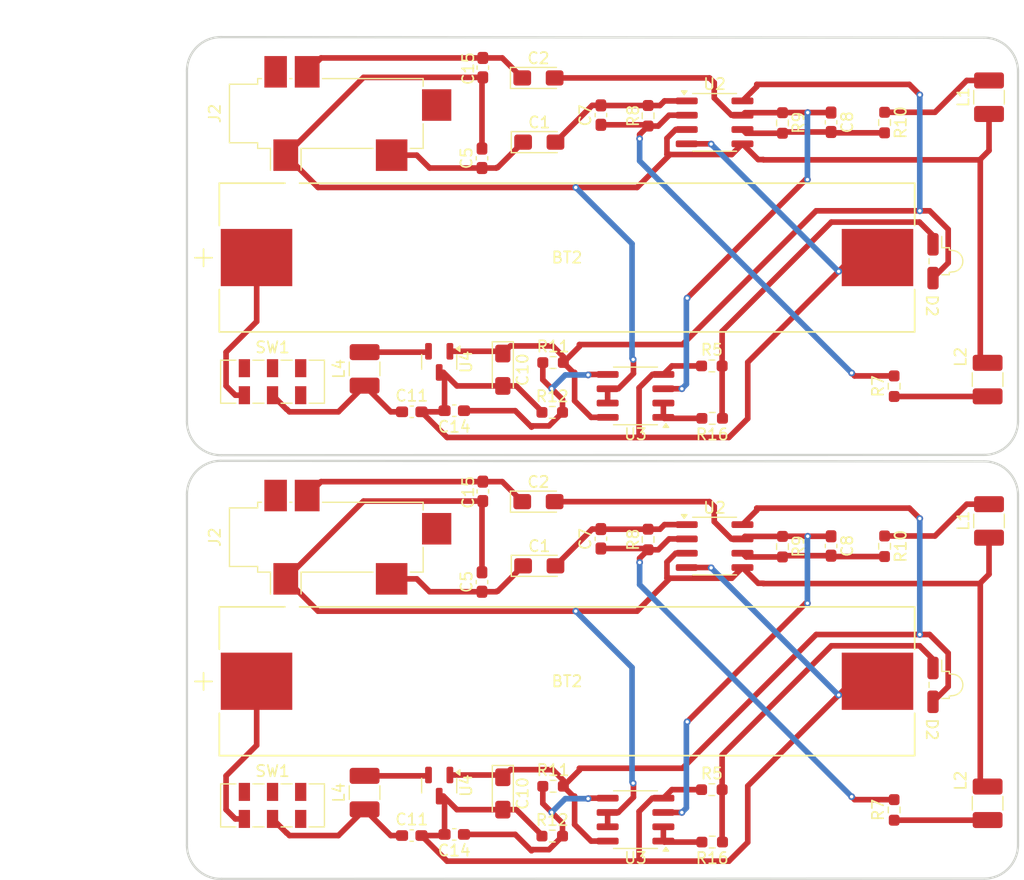
<source format=kicad_pcb>
(kicad_pcb (version 20240108) (generator "pcbnew") (generator_version "8.0")
  (layers (0 "F.Cu" signal) (31 "B.Cu" signal) (34 "B.Paste" user) (35 "F.Paste" user) (36 "B.SilkS" user "B.Silkscreen") (37 "F.SilkS" user "F.Silkscreen") (38 "B.Mask" user) (39 "F.Mask" user) (44 "Edge.Cuts" user))
  (net 0 "")
  (net 1 "-1V5")
  (net 2 "Net-(BT2-+)")
  (net 3 "Net-(C1-Pad1)")
  (net 4 "Net-(C1-Pad2)")
  (net 5 "Net-(C15-Pad1)")
  (net 6 "Net-(U3A-+)")
  (net 7 "+1V5")
  (net 8 "GND")
  (net 9 "Net-(U2A--)")
  (net 10 "Net-(U2B--)")
  (net 11 "Net-(SW1B-B)")
  (net 12 "Net-(U3B-+)")
  (net 13 "Net-(D2-K)")
  (net 15 "Net-(L1-Pad2)")
  (net 16 "Net-(L2-Pad2)")
  (net 17 "Net-(U4-LX)")
  (net 18 "Net-(U3A--)")
  (footprint "Capacitor_SMD:C_0603_1608Metric_Pad1.08x0.95mm_HandSolder" (layer "F.Cu") (at 176.987504 34.899061 180)
    (property "Reference" "C14")
    (property "Value" "1uF")
  )
  (footprint "Capacitor_SMD:C_0603_1608Metric_Pad1.08x0.95mm_HandSolder" (layer "F.Cu") (at 176.987504 72.524998 180)
    (property "Reference" "C14")
    (property "Value" "1uF")
  )
  (footprint "Battery:AAA battery SMD" (layer "F.Cu") (at 187 21.299063)
    (property "Reference" "BT2")
    (property "Value" "Battery_Cell")
  )
  (footprint "Battery:AAA battery SMD" (layer "F.Cu") (at 187 58.925)
    (property "Reference" "BT2")
    (property "Value" "Battery_Cell")
  )
  (footprint "Package_SO:SOIC-8_3.9x4.9mm_P1.27mm" (layer "F.Cu") (at 200.105812 9.294839)
    (property "Reference" "U2")
    (property "Value" "MCP6002")
  )
  (footprint "Package_SO:SOIC-8_3.9x4.9mm_P1.27mm" (layer "F.Cu") (at 200.105812 46.920776)
    (property "Reference" "U2")
    (property "Value" "MCP6002")
  )
  (footprint "Capacitor_Tantalum_SMD:CP_EIA-3216-18_Kemet-A_Pad1.58x1.35mm_HandSolder" (layer "F.Cu") (at 184.4625 42.975)
    (property "Reference" "C2")
    (property "Value" "4.7uF")
  )
  (footprint "Capacitor_Tantalum_SMD:CP_EIA-3216-18_Kemet-A_Pad1.58x1.35mm_HandSolder" (layer "F.Cu") (at 184.4625 5.349063)
    (property "Reference" "C2")
    (property "Value" "4.7uF")
  )
  (footprint "LED_SMD:LED_Kingbright_APDA3020VBCD" (layer "F.Cu") (at 219.499996 59.250002 -90)
    (property "Reference" "D2")
    (property "Value" "LED")
  )
  (footprint "LED_SMD:LED_Kingbright_APDA3020VBCD" (layer "F.Cu") (at 219.499996 21.624065 -90)
    (property "Reference" "D2")
    (property "Value" "LED")
  )
  (footprint "Package_SO:SOIC-8_3.9x4.9mm_P1.27mm" (layer "F.Cu") (at 193.082801 33.585795 180)
    (property "Reference" "U3")
    (property "Value" "MCP6002")
  )
  (footprint "Package_SO:SOIC-8_3.9x4.9mm_P1.27mm" (layer "F.Cu") (at 193.082801 71.211732 180)
    (property "Reference" "U3")
    (property "Value" "MCP6002")
  )
  (footprint "Resistor_SMD:R_0603_1608Metric_Pad0.98x0.95mm_HandSolder" (layer "F.Cu") (at 215.200003 9.311564 -90)
    (property "Reference" "R10")
    (property "Value" "100")
  )
  (footprint "Resistor_SMD:R_0603_1608Metric_Pad0.98x0.95mm_HandSolder" (layer "F.Cu") (at 215.200003 46.937501 -90)
    (property "Reference" "R10")
    (property "Value" "100")
  )
  (footprint "Resistor_SMD:R_0603_1608Metric_Pad0.98x0.95mm_HandSolder" (layer "F.Cu") (at 206.134749 9.348572 90)
    (property "Reference" "R9")
    (property "Value" "100K")
  )
  (footprint "Resistor_SMD:R_0603_1608Metric_Pad0.98x0.95mm_HandSolder" (layer "F.Cu") (at 206.134749 46.974509 90)
    (property "Reference" "R9")
    (property "Value" "100K")
  )
  (footprint "Capacitor_SMD:C_0603_1608Metric_Pad1.08x0.95mm_HandSolder" (layer "F.Cu") (at 210.449996 9.286562 -90)
    (property "Reference" "C8")
    (property "Value" "68pF")
  )
  (footprint "Capacitor_SMD:C_0603_1608Metric_Pad1.08x0.95mm_HandSolder" (layer "F.Cu") (at 210.449996 46.912499 -90)
    (property "Reference" "C8")
    (property "Value" "68pF")
  )
  (footprint "Resistor_SMD:R_0603_1608Metric_Pad0.98x0.95mm_HandSolder" (layer "F.Cu") (at 185.7625 68.25)
    (property "Reference" "R11")
    (property "Value" "10K")
  )
  (footprint "Resistor_SMD:R_0603_1608Metric_Pad0.98x0.95mm_HandSolder" (layer "F.Cu") (at 185.7625 30.624063)
    (property "Reference" "R11")
    (property "Value" "10K")
  )
  (footprint "Resistor_SMD:R_0603_1608Metric_Pad0.98x0.95mm_HandSolder" (layer "F.Cu") (at 216.05 32.724063 90)
    (property "Reference" "R7")
    (property "Value" "100")
  )
  (footprint "Resistor_SMD:R_0603_1608Metric_Pad0.98x0.95mm_HandSolder" (layer "F.Cu") (at 216.05 70.35 90)
    (property "Reference" "R7")
    (property "Value" "100")
  )
  (footprint "Capacitor_SMD:C_0603_1608Metric_Pad1.08x0.95mm_HandSolder" (layer "F.Cu") (at 190.009753 8.64857 -90)
    (property "Reference" "C7")
    (property "Value" "68pF")
  )
  (footprint "Capacitor_SMD:C_0603_1608Metric_Pad1.08x0.95mm_HandSolder" (layer "F.Cu") (at 190.009753 46.274507 -90)
    (property "Reference" "C7")
    (property "Value" "68pF")
  )
  (footprint "Inductor_SMD:L_1210_3225Metric_Pad1.42x2.65mm_HandSolder" (layer "F.Cu") (at 224.474998 44.687499 90)
    (property "Reference" "L1")
    (property "Value" "10mF")
  )
  (footprint "Inductor_SMD:L_1210_3225Metric_Pad1.42x2.65mm_HandSolder" (layer "F.Cu") (at 224.474998 7.061562 90)
    (property "Reference" "L1")
    (property "Value" "10mF")
  )
  (footprint "Inductor_SMD:L_1210_3225Metric_Pad1.42x2.65mm_HandSolder" (layer "F.Cu") (at 169.025002 68.812501 90)
    (property "Reference" "L4")
    (property "Value" "22uH")
  )
  (footprint "Inductor_SMD:L_1210_3225Metric_Pad1.42x2.65mm_HandSolder" (layer "F.Cu") (at 169.025002 31.186564 90)
    (property "Reference" "L4")
    (property "Value" "22uH")
  )
  (footprint "Resistor_SMD:R_0603_1608Metric_Pad0.98x0.95mm_HandSolder" (layer "F.Cu") (at 194.200593 8.710021 90)
    (property "Reference" "R8")
    (property "Value" "100K")
  )
  (footprint "Resistor_SMD:R_0603_1608Metric_Pad0.98x0.95mm_HandSolder" (layer "F.Cu") (at 194.200593 46.335958 90)
    (property "Reference" "R8")
    (property "Value" "100K")
  )
  (footprint "Resistor_SMD:R_0603_1608Metric_Pad0.98x0.95mm_HandSolder" (layer "F.Cu") (at 199.892396 35.579177 180)
    (property "Reference" "R16")
    (property "Value" "10")
  )
  (footprint "Resistor_SMD:R_0603_1608Metric_Pad0.98x0.95mm_HandSolder" (layer "F.Cu") (at 199.892396 73.205114 180)
    (property "Reference" "R16")
    (property "Value" "10")
  )
  (footprint "Button_Switch_SMD:SW_DPDT_CK_JS202011JCQN" (layer "F.Cu") (at 160.85 32.324063)
    (property "Reference" "SW1")
    (property "Value" "SW_DPDT_x2")
  )
  (footprint "Button_Switch_SMD:SW_DPDT_CK_JS202011JCQN" (layer "F.Cu") (at 160.85 69.95)
    (property "Reference" "SW1")
    (property "Value" "SW_DPDT_x2")
  )
  (footprint "Resistor_SMD:R_0603_1608Metric_Pad0.98x0.95mm_HandSolder" (layer "F.Cu") (at 199.8625 30.924063)
    (property "Reference" "R5")
    (property "Value" "56")
  )
  (footprint "Resistor_SMD:R_0603_1608Metric_Pad0.98x0.95mm_HandSolder" (layer "F.Cu") (at 199.8625 68.55)
    (property "Reference" "R5")
    (property "Value" "56")
  )
  (footprint "Package_TO_SOT_SMD:SOT-23" (layer "F.Cu") (at 175.649996 68.187501 -90)
    (property "Reference" "U4")
    (property "Value" "ME2188")
  )
  (footprint "Package_TO_SOT_SMD:SOT-23" (layer "F.Cu") (at 175.649996 30.561564 -90)
    (property "Reference" "U4")
    (property "Value" "ME2188")
  )
  (footprint "Capacitor_SMD:C_0603_1608Metric_Pad1.08x0.95mm_HandSolder" (layer "F.Cu") (at 179.524996 42.062499 -90)
    (property "Reference" "C15")
    (property "Value" "1uF")
  )
  (footprint "Capacitor_SMD:C_0603_1608Metric_Pad1.08x0.95mm_HandSolder" (layer "F.Cu") (at 179.524996 4.436562 -90)
    (property "Reference" "C15")
    (property "Value" "1uF")
  )
  (footprint "Connector_Audio:Jack_3.5mm_CUI_SJ2-3593D-SMT_Horizontal" (layer "F.Cu") (at 165.62548 46.132024 90)
    (property "Reference" "J2")
    (property "Value" "AudioJack2_Ground_Switch")
  )
  (footprint "Connector_Audio:Jack_3.5mm_CUI_SJ2-3593D-SMT_Horizontal" (layer "F.Cu") (at 165.62548 8.506087 90)
    (property "Reference" "J2")
    (property "Value" "AudioJack2_Ground_Switch")
  )
  (footprint "Capacitor_Tantalum_SMD:CP_EIA-3216-18_Kemet-A_Pad1.58x1.35mm_HandSolder" (layer "F.Cu") (at 184.5375 48.675)
    (property "Reference" "C1")
    (property "Value" "4.7uF")
  )
  (footprint "Capacitor_Tantalum_SMD:CP_EIA-3216-18_Kemet-A_Pad1.58x1.35mm_HandSolder" (layer "F.Cu") (at 184.5375 11.049063)
    (property "Reference" "C1")
    (property "Value" "4.7uF")
  )
  (footprint "Inductor_SMD:L_1210_3225Metric_Pad1.42x2.65mm_HandSolder" (layer "F.Cu") (at 224.350004 32.136569 -90)
    (property "Reference" "L2")
    (property "Value" "10mF")
  )
  (footprint "Inductor_SMD:L_1210_3225Metric_Pad1.42x2.65mm_HandSolder" (layer "F.Cu") (at 224.350004 69.762506 -90)
    (property "Reference" "L2")
    (property "Value" "10mF")
  )
  (footprint "Capacitor_SMD:C_0603_1608Metric_Pad1.08x0.95mm_HandSolder" (layer "F.Cu") (at 173.212496 34.999069)
    (property "Reference" "C11")
    (property "Value" "10uF")
  )
  (footprint "Capacitor_SMD:C_0603_1608Metric_Pad1.08x0.95mm_HandSolder" (layer "F.Cu") (at 173.212496 72.625006)
    (property "Reference" "C11")
    (property "Value" "10uF")
  )
  (footprint "Capacitor_SMD:C_0603_1608Metric_Pad1.08x0.95mm_HandSolder" (layer "F.Cu") (at 179.450001 12.486564 90)
    (property "Reference" "C5")
    (property "Value" "1uF")
  )
  (footprint "Capacitor_SMD:C_0603_1608Metric_Pad1.08x0.95mm_HandSolder" (layer "F.Cu") (at 179.450001 50.112501 90)
    (property "Reference" "C5")
    (property "Value" "1uF")
  )
  (footprint "Resistor_SMD:R_0603_1608Metric_Pad0.98x0.95mm_HandSolder" (layer "F.Cu") (at 185.6875 72.675002)
    (property "Reference" "R12")
    (property "Value" "10K")
  )
  (footprint "Resistor_SMD:R_0603_1608Metric_Pad0.98x0.95mm_HandSolder" (layer "F.Cu") (at 185.6875 35.049065)
    (property "Reference" "R12")
    (property "Value" "10K")
  )
  (footprint "Capacitor_Tantalum_SMD:CP_EIA-3216-18_Kemet-A_Pad1.58x1.35mm_HandSolder" (layer "F.Cu") (at 181.3 68.8875 -90)
    (property "Reference" "C10")
    (property "Value" "100uF")
  )
  (footprint "Capacitor_Tantalum_SMD:CP_EIA-3216-18_Kemet-A_Pad1.58x1.35mm_HandSolder" (layer "F.Cu") (at 181.3 31.261563 -90)
    (property "Reference" "C10")
    (property "Value" "100uF")
  )
  (gr_line (start 224.051107 76.45) (end 156.325 76.475) (stroke (width 0.2)) (layer "Edge.Cuts"))
  (gr_arc (start 153.25 4.724063) (mid 154.12868 2.602743) (end 156.25 1.724063) (stroke (width 0.2)) (layer "Edge.Cuts"))
  (gr_arc (start 224.025 39.4) (mid 226.162537 40.269786) (end 227.050104 42.4) (stroke (width 0.2)) (layer "Edge.Cuts"))
  (gr_arc (start 156.325 76.475) (mid 154.154701 75.623336) (end 153.249063 73.475) (stroke (width 0.2)) (layer "Edge.Cuts"))
  (gr_arc (start 227.05 35.849063) (mid 226.16293 37.953888) (end 224.051107 38.824167) (stroke (width 0.2)) (layer "Edge.Cuts"))
  (gr_arc (start 224.025 1.774063) (mid 226.162537 2.643849) (end 227.050104 4.774063) (stroke (width 0.2)) (layer "Edge.Cuts"))
  (gr_line (start 227.05 4.774063) (end 227.05 35.849063) (stroke (width 0.2)) (layer "Edge.Cuts"))
  (gr_arc (start 227.05 73.475) (mid 226.16293 75.579825) (end 224.051107 76.450104) (stroke (width 0.2)) (layer "Edge.Cuts"))
  (gr_line (start 153.25 73.475) (end 153.25 42.35) (stroke (width 0.2)) (layer "Edge.Cuts"))
  (gr_line (start 156.25 1.724063) (end 224.025 1.774063) (stroke (width 0.2)) (layer "Edge.Cuts"))
  (gr_line (start 224.051107 38.824063) (end 156.325 38.849063) (stroke (width 0.2)) (layer "Edge.Cuts"))
  (gr_line (start 156.25 39.35) (end 224.025 39.4) (stroke (width 0.2)) (layer "Edge.Cuts"))
  (gr_line (start 153.25 35.849063) (end 153.25 4.724063) (stroke (width 0.2)) (layer "Edge.Cuts"))
  (gr_line (start 227.05 42.4) (end 227.05 73.475) (stroke (width 0.2)) (layer "Edge.Cuts"))
  (gr_arc (start 156.325 38.849063) (mid 154.154701 37.997399) (end 153.249063 35.849063) (stroke (width 0.2)) (layer "Edge.Cuts"))
  (gr_arc (start 153.25 42.35) (mid 154.12868 40.22868) (end 156.25 39.35) (stroke (width 0.2)) (layer "Edge.Cuts"))
  (segment (start 196.314526 68.55) (end 195.557795 69.306731) (width 0.5) (layer "F.Cu") (net 1))
  (segment (start 192.925 37.274063) (end 176.35 37.274063) (width 0.5) (layer "F.Cu") (net 1))
  (segment (start 184.624995 72.524996) (end 184.775003 72.675004) (width 0.5) (layer "F.Cu") (net 1))
  (segment (start 197.630812 11.199839) (end 199.775776 11.199839) (width 0.5) (layer "F.Cu") (net 1))
  (segment (start 182.5 32.699063) (end 181.3 32.699063) (width 0.5) (layer "F.Cu") (net 1))
  (segment (start 195.557801 69.306732) (end 194.582802 69.306732) (width 0.5) (layer "F.Cu") (net 1))
  (segment (start 184.85 72.600007) (end 184.775003 72.675004) (width 0.5) (layer "F.Cu") (net 1))
  (segment (start 211.125 60.15) (end 203.05 68.225) (width 0.5) (layer "F.Cu") (net 1))
  (segment (start 212.030672 21.618391) (end 211.125 22.524063) (width 0.5) (layer "F.Cu") (net 1))
  (segment (start 175.65 31.499063) (end 176.025 31.499063) (width 0.5) (layer "F.Cu") (net 1))
  (segment (start 182.5 70.325) (end 181.3 70.325) (width 0.5) (layer "F.Cu") (net 1))
  (segment (start 199.775776 11.199839) (end 199.8 11.224063) (width 0.5) (layer "F.Cu") (net 1))
  (segment (start 176.125 34.899063) (end 176.125 31.974063) (width 0.5) (layer "F.Cu") (net 1))
  (segment (start 176.35 37.274063) (end 174.075 34.999063) (width 0.5) (layer "F.Cu") (net 1))
  (segment (start 184.775007 34.97407) (end 182.5 32.699063) (width 0.5) (layer "F.Cu") (net 1))
  (segment (start 193.4 70.489534) (end 193.4 74.9) (width 0.5) (layer "F.Cu") (net 1))
  (segment (start 211.125 22.524063) (end 203.05 30.599063) (width 0.5) (layer "F.Cu") (net 1))
  (segment (start 174.075 72.625) (end 176.025 72.625) (width 0.5) (layer "F.Cu") (net 1))
  (segment (start 203.05 35.599063) (end 201.375 37.274063) (width 0.5) (layer "F.Cu") (net 1))
  (segment (start 176.025 31.499063) (end 177.225 32.699063) (width 0.5) (layer "F.Cu") (net 1))
  (segment (start 184.775007 72.675003) (end 184.775007 72.600007) (width 0.5) (layer "F.Cu") (net 1))
  (segment (start 203.05 73.225) (end 201.375 74.9) (width 0.5) (layer "F.Cu") (net 1))
  (segment (start 203.05 30.599063) (end 203.05 35.599063) (width 0.5) (layer "F.Cu") (net 1))
  (segment (start 184.775007 72.600007) (end 182.5 70.325) (width 0.5) (layer "F.Cu") (net 1))
  (segment (start 214.585017 59.244328) (end 212.030672 59.244328) (width 0.5) (layer "F.Cu") (net 1))
  (segment (start 199.775776 48.825776) (end 199.8 48.85) (width 0.5) (layer "F.Cu") (net 1))
  (segment (start 194.582802 69.306732) (end 193.4 70.489534) (width 0.5) (layer "F.Cu") (net 1))
  (segment (start 196.314526 30.924063) (end 195.557795 31.680794) (width 0.5) (layer "F.Cu") (net 1))
  (segment (start 201.375 37.274063) (end 192.925 37.274063) (width 0.5) (layer "F.Cu") (net 1))
  (segment (start 198.95 30.924063) (end 196.314526 30.924063) (width 0.5) (layer "F.Cu") (net 1))
  (segment (start 198.95 68.55) (end 196.314526 68.55) (width 0.5) (layer "F.Cu") (net 1))
  (segment (start 176.025 34.999063) (end 176.125 34.899063) (width 0.5) (layer "F.Cu") (net 1))
  (segment (start 193.4 37.274063) (end 192.925 37.274063) (width 0.5) (layer "F.Cu") (net 1))
  (segment (start 174.075 34.999063) (end 176.025 34.999063) (width 0.5) (layer "F.Cu") (net 1))
  (segment (start 176.35 74.9) (end 174.075 72.625) (width 0.5) (layer "F.Cu") (net 1))
  (segment (start 176.125 72.525) (end 176.125 69.6) (width 0.5) (layer "F.Cu") (net 1))
  (segment (start 203.05 68.225) (end 203.05 73.225) (width 0.5) (layer "F.Cu") (net 1))
  (segment (start 214.585017 21.618391) (end 212.030672 21.618391) (width 0.5) (layer "F.Cu") (net 1))
  (segment (start 193.4 32.863597) (end 193.4 37.274063) (width 0.5) (layer "F.Cu") (net 1))
  (segment (start 184.775007 35.049066) (end 184.775007 34.97407) (width 0.5) (layer "F.Cu") (net 1))
  (segment (start 212.030672 59.244328) (end 211.125 60.15) (width 0.5) (layer "F.Cu") (net 1))
  (segment (start 177.225 32.699063) (end 181.3 32.699063) (width 0.5) (layer "F.Cu") (net 1))
  (segment (start 176.025 69.125) (end 177.225 70.325) (width 0.5) (layer "F.Cu") (net 1))
  (segment (start 184.85 34.97407) (end 184.775003 35.049067) (width 0.5) (layer "F.Cu") (net 1))
  (segment (start 197.630812 48.825776) (end 199.775776 48.825776) (width 0.5) (layer "F.Cu") (net 1))
  (segment (start 176.125 69.6) (end 175.65 69.125) (width 0.5) (layer "F.Cu") (net 1))
  (segment (start 177.225 70.325) (end 181.3 70.325) (width 0.5) (layer "F.Cu") (net 1))
  (segment (start 192.925 74.9) (end 176.35 74.9) (width 0.5) (layer "F.Cu") (net 1))
  (segment (start 201.375 74.9) (end 192.925 74.9) (width 0.5) (layer "F.Cu") (net 1))
  (segment (start 195.557801 31.680795) (end 194.582802 31.680795) (width 0.5) (layer "F.Cu") (net 1))
  (segment (start 184.624995 34.899059) (end 184.775003 35.049067) (width 0.5) (layer "F.Cu") (net 1))
  (segment (start 193.4 74.9) (end 192.925 74.9) (width 0.5) (layer "F.Cu") (net 1))
  (segment (start 176.125 31.974063) (end 175.65 31.499063) (width 0.5) (layer "F.Cu") (net 1))
  (segment (start 194.582802 31.680795) (end 193.4 32.863597) (width 0.5) (layer "F.Cu") (net 1))
  (segment (start 176.025 72.625) (end 176.125 72.525) (width 0.5) (layer "F.Cu") (net 1))
  (segment (start 175.65 69.125) (end 176.025 69.125) (width 0.5) (layer "F.Cu") (net 1))
  (via (at 199.8 11.224063) (size 0.6) (drill 0.3) (layers "F.Cu" "B.Cu") (net 1))
  (via (at 211.125 60.15) (size 0.6) (drill 0.3) (layers "F.Cu" "B.Cu") (net 1))
  (via (at 211.125 22.524063) (size 0.6) (drill 0.3) (layers "F.Cu" "B.Cu") (net 1))
  (via (at 199.8 48.85) (size 0.6) (drill 0.3) (layers "F.Cu" "B.Cu") (net 1))
  (segment (start 199.8 48.85) (end 211.1 60.15) (width 0.5) (layer "B.Cu") (net 1))
  (segment (start 211.1 60.15) (end 211.125 60.15) (width 0.5) (layer "B.Cu") (net 1))
  (segment (start 211.1 22.524063) (end 211.125 22.524063) (width 0.5) (layer "B.Cu") (net 1))
  (segment (start 199.8 11.224063) (end 211.1 22.524063) (width 0.5) (layer "B.Cu") (net 1))
  (segment (start 157.55 33.524063) (end 158.35 33.524063) (width 0.5) (layer "F.Cu") (net 2))
  (segment (start 156.725 32.699063) (end 157.55 33.524063) (width 0.5) (layer "F.Cu") (net 2))
  (segment (start 159.441623 59.244332) (end 159.441623 64.608377) (width 0.5) (layer "F.Cu") (net 2))
  (segment (start 156.725 70.325) (end 157.55 71.15) (width 0.5) (layer "F.Cu") (net 2))
  (segment (start 159.441623 21.618395) (end 159.441623 26.98244) (width 0.5) (layer "F.Cu") (net 2))
  (segment (start 159.441623 26.98244) (end 156.725 29.699063) (width 0.5) (layer "F.Cu") (net 2))
  (segment (start 156.725 67.325) (end 156.725 70.325) (width 0.5) (layer "F.Cu") (net 2))
  (segment (start 156.725 29.699063) (end 156.725 32.699063) (width 0.5) (layer "F.Cu") (net 2))
  (segment (start 157.55 71.15) (end 158.35 71.15) (width 0.5) (layer "F.Cu") (net 2))
  (segment (start 159.441623 64.608377) (end 156.725 67.325) (width 0.5) (layer "F.Cu") (net 2))
  (segment (start 180.775 13.299063) (end 180.724998 13.349065) (width 0.5) (layer "F.Cu") (net 3))
  (segment (start 183.1 11.049063) (end 180.85 13.299063) (width 0.5) (layer "F.Cu") (net 3))
  (segment (start 173.657015 12.206078) (end 171.425481 12.206078) (width 0.5) (layer "F.Cu") (net 3))
  (segment (start 180.85 13.299063) (end 180.775 13.299063) (width 0.5) (layer "F.Cu") (net 3))
  (segment (start 179.450002 13.349065) (end 174.800002 13.349065) (width 0.5) (layer "F.Cu") (net 3))
  (segment (start 180.775 50.925) (end 180.724998 50.975002) (width 0.5) (layer "F.Cu") (net 3))
  (segment (start 173.657015 49.832015) (end 171.425481 49.832015) (width 0.5) (layer "F.Cu") (net 3))
  (segment (start 180.724998 50.975002) (end 179.450002 50.975002) (width 0.5) (layer "F.Cu") (net 3))
  (segment (start 174.800002 50.975002) (end 173.657015 49.832015) (width 0.5) (layer "F.Cu") (net 3))
  (segment (start 180.724998 13.349065) (end 179.450002 13.349065) (width 0.5) (layer "F.Cu") (net 3))
  (segment (start 174.800002 13.349065) (end 173.657015 12.206078) (width 0.5) (layer "F.Cu") (net 3))
  (segment (start 179.450002 50.975002) (end 174.800002 50.975002) (width 0.5) (layer "F.Cu") (net 3))
  (segment (start 183.1 48.675) (end 180.85 50.925) (width 0.5) (layer "F.Cu") (net 3))
  (segment (start 180.85 50.925) (end 180.775 50.925) (width 0.5) (layer "F.Cu") (net 3))
  (segment (start 195.659224 7.389839) (end 197.630812 7.389839) (width 0.5) (layer "F.Cu") (net 4))
  (segment (start 194.200592 45.423458) (end 195.251542 45.423458) (width 0.5) (layer "F.Cu") (net 4))
  (segment (start 195.659224 45.015776) (end 197.630812 45.015776) (width 0.5) (layer "F.Cu") (net 4))
  (segment (start 185.975 48.675) (end 189.237994 45.412006) (width 0.5) (layer "F.Cu") (net 4))
  (segment (start 194.200592 7.797521) (end 190.021206 7.797521) (width 0.5) (layer "F.Cu") (net 4))
  (segment (start 185.975 11.049063) (end 189.237994 7.786069) (width 0.5) (layer "F.Cu") (net 4))
  (segment (start 195.251542 7.797521) (end 195.659224 7.389839) (width 0.5) (layer "F.Cu") (net 4))
  (segment (start 194.200592 7.797521) (end 195.251542 7.797521) (width 0.5) (layer "F.Cu") (net 4))
  (segment (start 190.021206 7.797521) (end 190.009754 7.786069) (width 0.5) (layer "F.Cu") (net 4))
  (segment (start 189.237994 7.786069) (end 190.009754 7.786069) (width 0.5) (layer "F.Cu") (net 4))
  (segment (start 190.021206 45.423458) (end 190.009754 45.412006) (width 0.5) (layer "F.Cu") (net 4))
  (segment (start 189.237994 45.412006) (end 190.009754 45.412006) (width 0.5) (layer "F.Cu") (net 4))
  (segment (start 195.251542 45.423458) (end 195.659224 45.015776) (width 0.5) (layer "F.Cu") (net 4))
  (segment (start 194.200592 45.423458) (end 190.021206 45.423458) (width 0.5) (layer "F.Cu") (net 4))
  (segment (start 163.925486 42.432026) (end 165.157514 41.199998) (width 0.5) (layer "F.Cu") (net 5))
  (segment (start 179.524992 3.574061) (end 181.249998 3.574061) (width 0.5) (layer "F.Cu") (net 5))
  (segment (start 181.249998 41.199998) (end 183.025 42.975) (width 0.5) (layer "F.Cu") (net 5))
  (segment (start 165.157514 41.199998) (end 179.524992 41.199998) (width 0.5) (layer "F.Cu") (net 5))
  (segment (start 181.249998 3.574061) (end 183.025 5.349063) (width 0.5) (layer "F.Cu") (net 5))
  (segment (start 165.157514 3.574061) (end 179.524992 3.574061) (width 0.5) (layer "F.Cu") (net 5))
  (segment (start 163.925486 4.806089) (end 165.157514 3.574061) (width 0.5) (layer "F.Cu") (net 5))
  (segment (start 179.524992 41.199998) (end 181.249998 41.199998) (width 0.5) (layer "F.Cu") (net 5))
  (segment (start 206.134746 46.06201) (end 202.804593 46.06201) (width 0.5) (layer "F.Cu") (net 6))
  (segment (start 202.804593 8.436073) (end 202.580818 8.659848) (width 0.5) (layer "F.Cu") (net 6))
  (segment (start 208.375 8.424061) (end 206.146758 8.424061) (width 0.5) (layer "F.Cu") (net 6))
  (segment (start 195.557801 70.576732) (end 197.198268 70.576732) (width 0.5) (layer "F.Cu") (net 6))
  (segment (start 202.580812 8.659839) (end 201.605813 8.659839) (width 0.5) (layer "F.Cu") (net 6))
  (segment (start 200.075 43.4) (end 199.65 42.975) (width 0.5) (layer "F.Cu") (net 6))
  (segment (start 208.2 14.374063) (end 208.35 14.374063) (width 0.5) (layer "F.Cu") (net 6))
  (segment (start 197.198268 32.950795) (end 197.2 32.949063) (width 0.5) (layer "F.Cu") (net 6))
  (segment (start 201.605813 8.659839) (end 200.075 7.129026) (width 0.5) (layer "F.Cu") (net 6))
  (segment (start 206.146758 8.424061) (end 206.134746 8.436073) (width 0.5) (layer "F.Cu") (net 6))
  (segment (start 199.65 5.349063) (end 185.9 5.349063) (width 0.5) (layer "F.Cu") (net 6))
  (segment (start 197.198268 70.576732) (end 197.2 70.575) (width 0.5) (layer "F.Cu") (net 6))
  (segment (start 197.675 24.899063) (end 208.2 14.374063) (width 0.5) (layer "F.Cu") (net 6))
  (segment (start 208.375 46.049998) (end 206.146758 46.049998) (width 0.5) (layer "F.Cu") (net 6))
  (segment (start 199.65 42.975) (end 185.9 42.975) (width 0.5) (layer "F.Cu") (net 6))
  (segment (start 208.2 52) (end 208.35 52) (width 0.5) (layer "F.Cu") (net 6))
  (segment (start 202.580812 46.285776) (end 201.605813 46.285776) (width 0.5) (layer "F.Cu") (net 6))
  (segment (start 195.557801 32.950795) (end 197.198268 32.950795) (width 0.5) (layer "F.Cu") (net 6))
  (segment (start 202.804593 46.06201) (end 202.580818 46.285785) (width 0.5) (layer "F.Cu") (net 6))
  (segment (start 197.675 62.525) (end 208.2 52) (width 0.5) (layer "F.Cu") (net 6))
  (segment (start 206.134746 8.436073) (end 202.804593 8.436073) (width 0.5) (layer "F.Cu") (net 6))
  (segment (start 210.449992 8.424061) (end 208.375 8.424061) (width 0.5) (layer "F.Cu") (net 6))
  (segment (start 201.605813 46.285776) (end 200.075 44.754963) (width 0.5) (layer "F.Cu") (net 6))
  (segment (start 200.075 7.129026) (end 200.075 5.774063) (width 0.5) (layer "F.Cu") (net 6))
  (segment (start 200.075 5.774063) (end 199.65 5.349063) (width 0.5) (layer "F.Cu") (net 6))
  (segment (start 200.075 44.754963) (end 200.075 43.4) (width 0.5) (layer "F.Cu") (net 6))
  (segment (start 210.449992 46.049998) (end 208.375 46.049998) (width 0.5) (layer "F.Cu") (net 6))
  (segment (start 206.146758 46.049998) (end 206.134746 46.06201) (width 0.5) (layer "F.Cu") (net 6))
  (via (at 197.675 62.525) (size 0.6) (drill 0.3) (layers "F.Cu" "B.Cu") (net 6))
  (via (at 208.375 46.049998) (size 0.6) (drill 0.3) (layers "F.Cu" "B.Cu") (net 6))
  (via (at 208.35 52) (size 0.6) (drill 0.3) (layers "F.Cu" "B.Cu") (net 6))
  (via (at 208.375 8.424061) (size 0.6) (drill 0.3) (layers "F.Cu" "B.Cu") (net 6))
  (via (at 197.2 32.949063) (size 0.6) (drill 0.3) (layers "F.Cu" "B.Cu") (net 6))
  (via (at 197.675 24.899063) (size 0.6) (drill 0.3) (layers "F.Cu" "B.Cu") (net 6))
  (via (at 208.35 14.374063) (size 0.6) (drill 0.3) (layers "F.Cu" "B.Cu") (net 6))
  (via (at 197.2 70.575) (size 0.6) (drill 0.3) (layers "F.Cu" "B.Cu") (net 6))
  (segment (start 208.35 14.374063) (end 208.35 8.449061) (width 0.5) (layer "B.Cu") (net 6))
  (segment (start 208.35 8.449061) (end 208.375 8.424061) (width 0.5) (layer "B.Cu") (net 6))
  (segment (start 208.35 52) (end 208.35 46.074998) (width 0.5) (layer "B.Cu") (net 6))
  (segment (start 197.6 32.549063) (end 197.6 24.974063) (width 0.5) (layer "B.Cu") (net 6))
  (segment (start 197.6 62.6) (end 197.675 62.525) (width 0.5) (layer "B.Cu") (net 6))
  (segment (start 197.2 70.575) (end 197.6 70.175) (width 0.5) (layer "B.Cu") (net 6))
  (segment (start 197.6 70.175) (end 197.6 62.6) (width 0.5) (layer "B.Cu") (net 6))
  (segment (start 208.35 46.074998) (end 208.375 46.049998) (width 0.5) (layer "B.Cu") (net 6))
  (segment (start 197.6 24.974063) (end 197.675 24.899063) (width 0.5) (layer "B.Cu") (net 6))
  (segment (start 197.2 32.949063) (end 197.6 32.549063) (width 0.5) (layer "B.Cu") (net 6))
  (segment (start 181.975 66.775) (end 181.3 67.45) (width 0.5) (layer "F.Cu") (net 7))
  (segment (start 219.2 17.149063) (end 220.85 18.799063) (width 0.5) (layer "F.Cu") (net 7))
  (segment (start 188.1 29.024063) (end 188.1 29.199063) (width 0.5) (layer "F.Cu") (net 7))
  (segment (start 185.725 29.149063) (end 181.975 29.149063) (width 0.5) (layer "F.Cu") (net 7))
  (segment (start 181.100005 67.250005) (end 181.3 67.45) (width 0.5) (layer "F.Cu") (net 7))
  (segment (start 187.675 69.125) (end 187.55 69.125) (width 0.5) (layer "F.Cu") (net 7))
  (segment (start 185.725 66.775) (end 181.975 66.775) (width 0.5) (layer "F.Cu") (net 7))
  (segment (start 181.975 29.149063) (end 181.3 29.824063) (width 0.5) (layer "F.Cu") (net 7))
  (segment (start 220.85 21.774063) (end 219.5 23.124063) (width 0.5) (layer "F.Cu") (net 7))
  (segment (start 220.85 18.799063) (end 220.85 21.774063) (width 0.5) (layer "F.Cu") (net 7))
  (segment (start 186.675 67.725) (end 185.725 66.775) (width 0.5) (layer "F.Cu") (net 7))
  (segment (start 202.580812 45.015776) (end 203.85 43.746588) (width 0.5) (layer "F.Cu") (net 7))
  (segment (start 186.675 68.25) (end 186.675 67.725) (width 0.5) (layer "F.Cu") (net 7))
  (segment (start 187.55 31.499063) (end 186.675 30.624063) (width 0.5) (layer "F.Cu") (net 7))
  (segment (start 197.25 29.024063) (end 188.1 29.024063) (width 0.5) (layer "F.Cu") (net 7))
  (segment (start 187.55 69.125) (end 186.675 68.25) (width 0.5) (layer "F.Cu") (net 7))
  (segment (start 203.85 43.746588) (end 203.85 43.55) (width 0.5) (layer "F.Cu") (net 7))
  (segment (start 219.2 54.775) (end 220.85 56.425) (width 0.5) (layer "F.Cu") (net 7))
  (segment (start 218.325 54.775) (end 219.2 54.775) (width 0.5) (layer "F.Cu") (net 7))
  (segment (start 181.100005 29.624068) (end 181.3 29.824063) (width 0.5) (layer "F.Cu") (net 7))
  (segment (start 202.580812 7.389839) (end 203.85 6.120651) (width 0.5) (layer "F.Cu") (net 7))
  (segment (start 186.675 30.624063) (end 186.675 30.099063) (width 0.5) (layer "F.Cu") (net 7))
  (segment (start 218.325 54.775) (end 209.125 54.775) (width 0.5) (layer "F.Cu") (net 7))
  (segment (start 188.1 29.199063) (end 186.675 30.624063) (width 0.5) (layer "F.Cu") (net 7))
  (segment (start 176.599997 67.250005) (end 181.100005 67.250005) (width 0.5) (layer "F.Cu") (net 7))
  (segment (start 197.25 66.65) (end 188.1 66.65) (width 0.5) (layer "F.Cu") (net 7))
  (segment (start 176.599997 29.624068) (end 181.100005 29.624068) (width 0.5) (layer "F.Cu") (net 7))
  (segment (start 203.85 5.924063) (end 217.4 5.924063) (width 0.5) (layer "F.Cu") (net 7))
  (segment (start 188.1 66.825) (end 186.675 68.25) (width 0.5) (layer "F.Cu") (net 7))
  (segment (start 188.1 66.65) (end 188.1 66.825) (width 0.5) (layer "F.Cu") (net 7))
  (segment (start 203.85 43.55) (end 217.4 43.55) (width 0.5) (layer "F.Cu") (net 7))
  (segment (start 218.325 17.149063) (end 209.125 17.149063) (width 0.5) (layer "F.Cu") (net 7))
  (segment (start 203.85 6.120651) (end 203.85 5.924063) (width 0.5) (layer "F.Cu") (net 7))
  (segment (start 218.325 17.149063) (end 219.2 17.149063) (width 0.5) (layer "F.Cu") (net 7))
  (segment (start 189.141733 73.116733) (end 187.675 71.65) (width 0.5) (layer "F.Cu") (net 7))
  (segment (start 217.4 43.55) (end 218.325 44.475) (width 0.5) (layer "F.Cu") (net 7))
  (segment (start 209.125 54.775) (end 197.25 66.65) (width 0.5) (layer "F.Cu") (net 7))
  (segment (start 220.85 59.4) (end 219.5 60.75) (width 0.5) (layer "F.Cu") (net 7))
  (segment (start 187.675 31.499063) (end 187.55 31.499063) (width 0.5) (layer "F.Cu") (net 7))
  (segment (start 187.675 71.65) (end 187.675 69.125) (width 0.5) (layer "F.Cu") (net 7))
  (segment (start 217.4 5.924063) (end 218.325 6.849063) (width 0.5) (layer "F.Cu") (net 7))
  (segment (start 189.141733 35.490796) (end 187.675 34.024063) (width 0.5) (layer "F.Cu") (net 7))
  (segment (start 190.607807 73.116733) (end 189.141733 73.116733) (width 0.5) (layer "F.Cu") (net 7))
  (segment (start 186.675 30.099063) (end 185.725 29.149063) (width 0.5) (layer "F.Cu") (net 7))
  (segment (start 187.675 34.024063) (end 187.675 31.499063) (width 0.5) (layer "F.Cu") (net 7))
  (segment (start 209.125 17.149063) (end 197.25 29.024063) (width 0.5) (layer "F.Cu") (net 7))
  (segment (start 190.607807 35.490796) (end 189.141733 35.490796) (width 0.5) (layer "F.Cu") (net 7))
  (segment (start 220.85 56.425) (end 220.85 59.4) (width 0.5) (layer "F.Cu") (net 7))
  (via (at 218.325 17.149063) (size 0.6) (drill 0.3) (layers "F.Cu" "B.Cu") (net 7))
  (via (at 218.325 6.849063) (size 0.6) (drill 0.3) (layers "F.Cu" "B.Cu") (net 7))
  (via (at 218.325 54.775) (size 0.6) (drill 0.3) (layers "F.Cu" "B.Cu") (net 7))
  (via (at 218.325 44.475) (size 0.6) (drill 0.3) (layers "F.Cu" "B.Cu") (net 7))
  (segment (start 218.325 44.475) (end 218.325 54.775) (width 0.5) (layer "B.Cu") (net 7))
  (segment (start 218.325 6.849063) (end 218.325 17.149063) (width 0.5) (layer "B.Cu") (net 7))
  (segment (start 164.893462 52.7) (end 187.775 52.7) (width 0.5) (layer "F.Cu") (net 8))
  (segment (start 195.875 12.149063) (end 195.875 10.710637) (width 0.5) (layer "F.Cu") (net 8))
  (segment (start 190.607797 34.220785) (end 190.607797 32.950808) (width 0.5) (layer "F.Cu") (net 8))
  (segment (start 179.45 11.624063) (end 179.45 5.374063) (width 0.5) (layer "F.Cu") (net 8))
  (segment (start 162.02548 12.206081) (end 168.932498 5.299063) (width 0.5) (layer "F.Cu") (net 8))
  (segment (start 168.932498 42.925) (end 179.525 42.925) (width 0.5) (layer "F.Cu") (net 8))
  (segment (start 196.15 49.775) (end 195.875 49.775) (width 0.5) (layer "F.Cu") (net 8))
  (segment (start 201.631591 49.775) (end 196.15 49.775) (width 0.5) (layer "F.Cu") (net 8))
  (segment (start 196.655807 9.92983) (end 197.630806 9.92983) (width 0.5) (layer "F.Cu") (net 8))
  (segment (start 190.607797 32.950808) (end 190.607802 32.950803) (width 0.5) (layer "F.Cu") (net 8))
  (segment (start 224.475 49.425) (end 223.65 50.25) (width 0.5) (layer "F.Cu") (net 8))
  (segment (start 192.9 31.599063) (end 192.9 30.374063) (width 0.5) (layer "F.Cu") (net 8))
  (segment (start 195.875 48.336574) (end 196.655807 47.555767) (width 0.5) (layer "F.Cu") (net 8))
  (segment (start 168.932498 5.299063) (end 179.525 5.299063) (width 0.5) (layer "F.Cu") (net 8))
  (segment (start 191.548268 32.950795) (end 192.9 31.599063) (width 0.5) (layer "F.Cu") (net 8))
  (segment (start 190.607797 70.576745) (end 190.607802 70.57674) (width 0.5) (layer "F.Cu") (net 8))
  (segment (start 223.7 30.549063) (end 223.7 12.674063) (width 0.5) (layer "F.Cu") (net 8))
  (segment (start 195.875 49.775) (end 195.875 48.336574) (width 0.5) (layer "F.Cu") (net 8))
  (segment (start 179.45 43) (end 179.525 42.925) (width 0.5) (layer "F.Cu") (net 8))
  (segment (start 203.980043 50.225) (end 204.425 50.225) (width 0.5) (layer "F.Cu") (net 8))
  (segment (start 162.02548 12.206081) (end 164.893462 15.074063) (width 0.5) (layer "F.Cu") (net 8))
  (segment (start 187.775 52.7) (end 193.225 52.7) (width 0.5) (layer "F.Cu") (net 8))
  (segment (start 203.980043 12.599063) (end 204.425 12.599063) (width 0.5) (layer "F.Cu") (net 8))
  (segment (start 179.45 5.374063) (end 179.525 5.299063) (width 0.5) (layer "F.Cu") (net 8))
  (segment (start 162.02548 49.832018) (end 164.893462 52.7) (width 0.5) (layer "F.Cu") (net 8))
  (segment (start 191.548268 70.576732) (end 192.9 69.225) (width 0.5) (layer "F.Cu") (net 8))
  (segment (start 192.9 30.374063) (end 192.875 30.349063) (width 0.5) (layer "F.Cu") (net 8))
  (segment (start 202.580817 48.825774) (end 203.980043 50.225) (width 0.5) (layer "F.Cu") (net 8))
  (segment (start 164.893462 15.074063) (end 187.775 15.074063) (width 0.5) (layer "F.Cu") (net 8))
  (segment (start 202.580817 11.199837) (end 201.631591 12.149063) (width 0.5) (layer "F.Cu") (net 8))
  (segment (start 187.775 15.074063) (end 193.225 15.074063) (width 0.5) (layer "F.Cu") (net 8))
  (segment (start 224.475 8.549063) (end 224.475 11.799063) (width 0.5) (layer "F.Cu") (net 8))
  (segment (start 196.15 12.149063) (end 195.875 12.149063) (width 0.5) (layer "F.Cu") (net 8))
  (segment (start 196.655807 47.555767) (end 197.630806 47.555767) (width 0.5) (layer "F.Cu") (net 8))
  (segment (start 202.580817 11.199837) (end 203.980043 12.599063) (width 0.5) (layer "F.Cu") (net 8))
  (segment (start 190.607801 70.576732) (end 191.548268 70.576732) (width 0.5) (layer "F.Cu") (net 8))
  (segment (start 223.7 68.175) (end 223.7 50.3) (width 0.5) (layer "F.Cu") (net 8))
  (segment (start 204.45 50.25) (end 223.65 50.25) (width 0.5) (layer "F.Cu") (net 8))
  (segment (start 193.225 15.074063) (end 196.15 12.149063) (width 0.5) (layer "F.Cu") (net 8))
  (segment (start 204.425 50.225) (end 204.45 50.25) (width 0.5) (layer "F.Cu") (net 8))
  (segment (start 223.7 12.674063) (end 223.65 12.624063) (width 0.5) (layer "F.Cu") (net 8))
  (segment (start 202.580817 48.825774) (end 201.631591 49.775) (width 0.5) (layer "F.Cu") (net 8))
  (segment (start 224.475 46.175) (end 224.475 49.425) (width 0.5) (layer "F.Cu") (net 8))
  (segment (start 190.607801 32.950795) (end 191.548268 32.950795) (width 0.5) (layer "F.Cu") (net 8))
  (segment (start 223.7 50.3) (end 223.65 50.25) (width 0.5) (layer "F.Cu") (net 8))
  (segment (start 201.631591 12.149063) (end 196.15 12.149063) (width 0.5) (layer "F.Cu") (net 8))
  (segment (start 179.45 49.25) (end 179.45 43) (width 0.5) (layer "F.Cu") (net 8))
  (segment (start 195.875 10.710637) (end 196.655807 9.92983) (width 0.5) (layer "F.Cu") (net 8))
  (segment (start 204.45 12.624063) (end 223.65 12.624063) (width 0.5) (layer "F.Cu") (net 8))
  (segment (start 190.607797 71.846722) (end 190.607797 70.576745) (width 0.5) (layer "F.Cu") (net 8))
  (segment (start 192.9 68) (end 192.875 67.975) (width 0.5) (layer "F.Cu") (net 8))
  (segment (start 192.9 69.225) (end 192.9 68) (width 0.5) (layer "F.Cu") (net 8))
  (segment (start 162.02548 49.832018) (end 168.932498 42.925) (width 0.5) (layer "F.Cu") (net 8))
  (segment (start 193.225 52.7) (end 196.15 49.775) (width 0.5) (layer "F.Cu") (net 8))
  (segment (start 224.475 11.799063) (end 223.65 12.624063) (width 0.5) (layer "F.Cu") (net 8))
  (segment (start 204.425 12.599063) (end 204.45 12.624063) (width 0.5) (layer "F.Cu") (net 8))
  (via (at 192.875 67.975) (size 0.6) (drill 0.3) (layers "F.Cu" "B.Cu") (net 8))
  (via (at 192.875 30.349063) (size 0.6) (drill 0.3) (layers "F.Cu" "B.Cu") (net 8))
  (via (at 187.775 52.7) (size 0.6) (drill 0.3) (layers "F.Cu" "B.Cu") (net 8))
  (via (at 187.775 15.074063) (size 0.6) (drill 0.3) (layers "F.Cu" "B.Cu") (net 8))
  (segment (start 192.775 20.074063) (end 187.775 15.074063) (width 0.5) (layer "B.Cu") (net 8))
  (segment (start 192.775 57.7) (end 187.775 52.7) (width 0.5) (layer "B.Cu") (net 8))
  (segment (start 192.875 67.975) (end 192.775 67.875) (width 0.5) (layer "B.Cu") (net 8))
  (segment (start 192.875 30.349063) (end 192.775 30.249063) (width 0.5) (layer "B.Cu") (net 8))
  (segment (start 192.775 30.249063) (end 192.775 20.074063) (width 0.5) (layer "B.Cu") (net 8))
  (segment (start 192.775 67.875) (end 192.775 57.7) (width 0.5) (layer "B.Cu") (net 8))
  (segment (start 195.101542 47.248458) (end 196.064224 46.285776) (width 0.5) (layer "F.Cu") (net 9))
  (segment (start 196.064224 8.659839) (end 197.630812 8.659839) (width 0.5) (layer "F.Cu") (net 9))
  (segment (start 216.049998 69.437501) (end 212.537501 69.437501) (width 0.5) (layer "F.Cu") (net 9))
  (segment (start 194.200594 47.248458) (end 195.101542 47.248458) (width 0.5) (layer "F.Cu") (net 9))
  (segment (start 193.45 10.373115) (end 194.200594 9.622521) (width 0.5) (layer "F.Cu") (net 9))
  (segment (start 190.009752 47.137008) (end 194.089144 47.137008) (width 0.5) (layer "F.Cu") (net 9))
  (segment (start 212.537501 31.811564) (end 212.275 31.549063) (width 0.5) (layer "F.Cu") (net 9))
  (segment (start 193.45 47.999052) (end 194.200594 47.248458) (width 0.5) (layer "F.Cu") (net 9))
  (segment (start 212.275 31.599063) (end 212.275 31.549063) (width 0.5) (layer "F.Cu") (net 9))
  (segment (start 190.009752 9.511071) (end 194.089144 9.511071) (width 0.5) (layer "F.Cu") (net 9))
  (segment (start 212.275 69.225) (end 212.275 69.175) (width 0.5) (layer "F.Cu") (net 9))
  (segment (start 194.089144 9.511071) (end 194.200594 9.622521) (width 0.5) (layer "F.Cu") (net 9))
  (segment (start 193.45 10.749063) (end 193.45 10.373115) (width 0.5) (layer "F.Cu") (net 9))
  (segment (start 196.064224 46.285776) (end 197.630812 46.285776) (width 0.5) (layer "F.Cu") (net 9))
  (segment (start 195.101542 9.622521) (end 196.064224 8.659839) (width 0.5) (layer "F.Cu") (net 9))
  (segment (start 194.089144 47.137008) (end 194.200594 47.248458) (width 0.5) (layer "F.Cu") (net 9))
  (segment (start 194.200594 9.622521) (end 195.101542 9.622521) (width 0.5) (layer "F.Cu") (net 9))
  (segment (start 212.537501 69.437501) (end 212.275 69.175) (width 0.5) (layer "F.Cu") (net 9))
  (segment (start 193.45 48.375) (end 193.45 47.999052) (width 0.5) (layer "F.Cu") (net 9))
  (segment (start 216.049998 31.811564) (end 212.537501 31.811564) (width 0.5) (layer "F.Cu") (net 9))
  (via (at 212.275 31.549063) (size 0.6) (drill 0.3) (layers "F.Cu" "B.Cu") (net 9))
  (via (at 193.45 10.749063) (size 0.6) (drill 0.3) (layers "F.Cu" "B.Cu") (net 9))
  (via (at 193.45 48.375) (size 0.6) (drill 0.3) (layers "F.Cu" "B.Cu") (net 9))
  (via (at 212.275 69.175) (size 0.6) (drill 0.3) (layers "F.Cu" "B.Cu") (net 9))
  (segment (start 212.275 31.549063) (end 193.45 12.724063) (width 0.5) (layer "B.Cu") (net 9))
  (segment (start 193.45 50.35) (end 193.45 48.375) (width 0.5) (layer "B.Cu") (net 9))
  (segment (start 212.275 69.175) (end 193.45 50.35) (width 0.5) (layer "B.Cu") (net 9))
  (segment (start 193.45 12.724063) (end 193.45 10.749063) (width 0.5) (layer "B.Cu") (net 9))
  (segment (start 210.525002 47.850002) (end 210.45 47.775) (width 0.5) (layer "F.Cu") (net 10))
  (segment (start 206.134752 47.887008) (end 202.912048 47.887008) (width 0.5) (layer "F.Cu") (net 10))
  (segment (start 215.200006 10.224065) (end 210.525002 10.224065) (width 0.5) (layer "F.Cu") (net 10))
  (segment (start 202.912048 47.887008) (end 202.580812 47.555772) (width 0.5) (layer "F.Cu") (net 10))
  (segment (start 210.525002 10.224065) (end 210.45 10.149063) (width 0.5) (layer "F.Cu") (net 10))
  (segment (start 202.912048 10.261071) (end 202.580812 9.929835) (width 0.5) (layer "F.Cu") (net 10))
  (segment (start 206.134752 10.261071) (end 202.912048 10.261071) (width 0.5) (layer "F.Cu") (net 10))
  (segment (start 206.24676 10.149063) (end 206.134752 10.261071) (width 0.5) (layer "F.Cu") (net 10))
  (segment (start 210.45 47.775) (end 206.24676 47.775) (width 0.5) (layer "F.Cu") (net 10))
  (segment (start 215.200006 47.850002) (end 210.525002 47.850002) (width 0.5) (layer "F.Cu") (net 10))
  (segment (start 206.24676 47.775) (end 206.134752 47.887008) (width 0.5) (layer "F.Cu") (net 10))
  (segment (start 210.45 10.149063) (end 206.24676 10.149063) (width 0.5) (layer "F.Cu") (net 10))
  (segment (start 166.700006 72.625) (end 169.025004 70.300002) (width 0.5) (layer "F.Cu") (net 11))
  (segment (start 162.35 34.999063) (end 166.700006 34.999063) (width 0.5) (layer "F.Cu") (net 11))
  (segment (start 171.350014 34.999075) (end 169.025004 32.674065) (width 0.5) (layer "F.Cu") (net 11))
  (segment (start 166.700006 34.999063) (end 169.025004 32.674065) (width 0.5) (layer "F.Cu") (net 11))
  (segment (start 172.349992 72.625012) (end 171.350014 72.625012) (width 0.5) (layer "F.Cu") (net 11))
  (segment (start 172.349992 34.999075) (end 171.350014 34.999075) (width 0.5) (layer "F.Cu") (net 11))
  (segment (start 162.35 72.625) (end 166.700006 72.625) (width 0.5) (layer "F.Cu") (net 11))
  (segment (start 162.125 72.4) (end 162.35 72.625) (width 0.5) (layer "F.Cu") (net 11))
  (segment (start 162.1 34.774063) (end 162.125 34.774063) (width 0.5) (layer "F.Cu") (net 11))
  (segment (start 162.1 72.4) (end 162.125 72.4) (width 0.5) (layer "F.Cu") (net 11))
  (segment (start 162.125 34.774063) (end 162.35 34.999063) (width 0.5) (layer "F.Cu") (net 11))
  (segment (start 160.85 71.15) (end 162.1 72.4) (width 0.5) (layer "F.Cu") (net 11))
  (segment (start 160.85 33.524063) (end 162.1 34.774063) (width 0.5) (layer "F.Cu") (net 11))
  (segment (start 171.350014 72.625012) (end 169.025004 70.300002) (width 0.5) (layer "F.Cu") (net 11))
  (segment (start 177.850008 34.899059) (end 182.399996 34.899059) (width 0.5) (layer "F.Cu") (net 12))
  (segment (start 182.399996 72.524996) (end 183.85 73.975) (width 0.5) (layer "F.Cu") (net 12))
  (segment (start 190.607794 31.680793) (end 188.91827 31.680793) (width 0.5) (layer "F.Cu") (net 12))
  (segment (start 183.95 73.875) (end 185.399994 73.875) (width 0.5) (layer "F.Cu") (net 12))
  (segment (start 184.85 30.624063) (end 184.85 32.149063) (width 0.5) (layer "F.Cu") (net 12))
  (segment (start 186.599993 71.524993) (end 186.599993 72.675001) (width 0.5) (layer "F.Cu") (net 12))
  (segment (start 188.91827 69.30673) (end 188.875 69.35) (width 0.5) (layer "F.Cu") (net 12))
  (segment (start 183.95 36.249063) (end 185.399994 36.249063) (width 0.5) (layer "F.Cu") (net 12))
  (segment (start 186.599993 33.899056) (end 186.599993 35.049064) (width 0.5) (layer "F.Cu") (net 12))
  (segment (start 183.85 73.975) (end 183.95 73.875) (width 0.5) (layer "F.Cu") (net 12))
  (segment (start 177.850008 72.524996) (end 182.399996 72.524996) (width 0.5) (layer "F.Cu") (net 12))
  (segment (start 190.607794 69.30673) (end 188.91827 69.30673) (width 0.5) (layer "F.Cu") (net 12))
  (segment (start 184.85 69.775) (end 185.6375 70.5625) (width 0.5) (layer "F.Cu") (net 12))
  (segment (start 185.6375 70.5625) (end 186.599993 71.524993) (width 0.5) (layer "F.Cu") (net 12))
  (segment (start 185.399994 73.875) (end 186.599993 72.675001) (width 0.5) (layer "F.Cu") (net 12))
  (segment (start 183.85 36.349063) (end 183.95 36.249063) (width 0.5) (layer "F.Cu") (net 12))
  (segment (start 185.399994 36.249063) (end 186.599993 35.049064) (width 0.5) (layer "F.Cu") (net 12))
  (segment (start 182.399996 34.899059) (end 183.85 36.349063) (width 0.5) (layer "F.Cu") (net 12))
  (segment (start 184.85 32.149063) (end 185.6375 32.936563) (width 0.5) (layer "F.Cu") (net 12))
  (segment (start 185.6375 32.936563) (end 186.599993 33.899056) (width 0.5) (layer "F.Cu") (net 12))
  (segment (start 188.91827 31.680793) (end 188.875 31.724063) (width 0.5) (layer "F.Cu") (net 12))
  (segment (start 184.85 68.25) (end 184.85 69.775) (width 0.5) (layer "F.Cu") (net 12))
  (via (at 188.875 69.35) (size 0.6) (drill 0.3) (layers "F.Cu" "B.Cu") (net 12))
  (via (at 188.875 31.724063) (size 0.6) (drill 0.3) (layers "F.Cu" "B.Cu") (net 12))
  (via (at 185.6375 70.5625) (size 0.6) (drill 0.3) (layers "F.Cu" "B.Cu") (net 12))
  (via (at 185.6375 32.936563) (size 0.6) (drill 0.3) (layers "F.Cu" "B.Cu") (net 12))
  (segment (start 186.85 31.724063) (end 185.6375 32.936563) (width 0.5) (layer "B.Cu") (net 12))
  (segment (start 186.85 69.35) (end 185.6375 70.5625) (width 0.5) (layer "B.Cu") (net 12))
  (segment (start 188.875 31.724063) (end 186.85 31.724063) (width 0.5) (layer "B.Cu") (net 12))
  (segment (start 188.875 69.35) (end 186.85 69.35) (width 0.5) (layer "B.Cu") (net 12))
  (segment (start 218.3 18.149063) (end 219.499992 19.349055) (width 0.5) (layer "F.Cu") (net 13))
  (segment (start 200.775 73.175216) (end 200.804897 73.205113) (width 0.5) (layer "F.Cu") (net 13))
  (segment (start 200.775 35.549279) (end 200.804897 35.579176) (width 0.5) (layer "F.Cu") (net 13))
  (segment (start 200.775 30.924063) (end 200.775 27.849063) (width 0.5) (layer "F.Cu") (net 13))
  (segment (start 200.775 27.849063) (end 210.475 18.149063) (width 0.5) (layer "F.Cu") (net 13))
  (segment (start 210.475 55.775) (end 218.3 55.775) (width 0.5) (layer "F.Cu") (net 13))
  (segment (start 218.3 55.775) (end 219.499992 56.974992) (width 0.5) (layer "F.Cu") (net 13))
  (segment (start 200.775 65.475) (end 210.475 55.775) (width 0.5) (layer "F.Cu") (net 13))
  (segment (start 200.775 30.924063) (end 200.775 35.549279) (width 0.5) (layer "F.Cu") (net 13))
  (segment (start 210.475 18.149063) (end 218.3 18.149063) (width 0.5) (layer "F.Cu") (net 13))
  (segment (start 219.499992 56.974992) (end 219.499992 57.750004) (width 0.5) (layer "F.Cu") (net 13))
  (segment (start 200.775 68.55) (end 200.775 65.475) (width 0.5) (layer "F.Cu") (net 13))
  (segment (start 200.775 68.55) (end 200.775 73.175216) (width 0.5) (layer "F.Cu") (net 13))
  (segment (start 219.499992 19.349055) (end 219.499992 20.124067) (width 0.5) (layer "F.Cu") (net 13))
  (segment (start 224.474996 43.199998) (end 222.500002 43.199998) (width 0.5) (layer "F.Cu") (net 15))
  (segment (start 224.474996 5.574061) (end 222.500002 5.574061) (width 0.5) (layer "F.Cu") (net 15))
  (segment (start 222.500002 5.574061) (end 219.675 8.399063) (width 0.5) (layer "F.Cu") (net 15))
  (segment (start 219.675 8.399063) (end 215.2 8.399063) (width 0.5) (layer "F.Cu") (net 15))
  (segment (start 219.675 46.025) (end 215.2 46.025) (width 0.5) (layer "F.Cu") (net 15))
  (segment (start 222.500002 43.199998) (end 219.675 46.025) (width 0.5) (layer "F.Cu") (net 15))
  (segment (start 216.050002 71.262499) (end 223.587521 71.262499) (width 0.5) (layer "F.Cu") (net 16))
  (segment (start 216.050002 33.636562) (end 223.587521 33.636562) (width 0.5) (layer "F.Cu") (net 16))
  (segment (start 223.587521 71.262499) (end 223.700008 71.150012) (width 0.5) (layer "F.Cu") (net 16))
  (segment (start 223.587521 33.636562) (end 223.700008 33.524075) (width 0.5) (layer "F.Cu") (net 16))
  (segment (start 174.624995 29.699063) (end 174.699996 29.624062) (width 0.5) (layer "F.Cu") (net 17))
  (segment (start 174.624995 67.325) (end 174.699996 67.249999) (width 0.5) (layer "F.Cu") (net 17))
  (segment (start 169.025 67.325) (end 174.624995 67.325) (width 0.5) (layer "F.Cu") (net 17))
  (segment (start 169.025 29.699063) (end 174.624995 29.699063) (width 0.5) (layer "F.Cu") (net 17))
  (segment (start 195.5578 71.846724) (end 195.5578 73.116726) (width 0.5) (layer "F.Cu") (net 18))
  (segment (start 195.5578 73.116726) (end 195.557808 73.116734) (width 0.5) (layer "F.Cu") (net 18))
  (segment (start 195.5578 35.490789) (end 195.557808 35.490797) (width 0.5) (layer "F.Cu") (net 18))
  (segment (start 198.979895 73.205115) (end 195.646189 73.205115) (width 0.5) (layer "F.Cu") (net 18))
  (segment (start 198.979895 35.579178) (end 195.646189 35.579178) (width 0.5) (layer "F.Cu") (net 18))
  (segment (start 195.5578 34.220787) (end 195.5578 35.490789) (width 0.5) (layer "F.Cu") (net 18))
  (segment (start 195.646189 35.579178) (end 195.557808 35.490797) (width 0.5) (layer "F.Cu") (net 18))
  (segment (start 195.646189 73.205115) (end 195.557808 73.116734) (width 0.5) (layer "F.Cu") (net 18))
)
</source>
